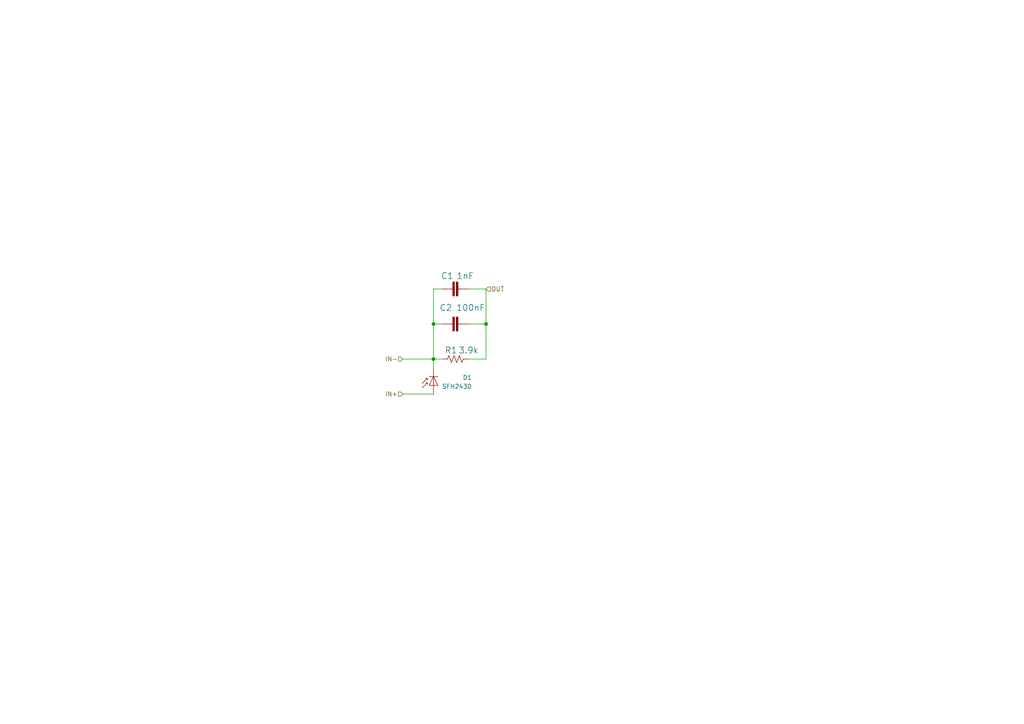
<source format=kicad_sch>
(kicad_sch (version 20230121) (generator eeschema)
  (paper "A4")
  (lib_symbols
    (symbol "Device:R_US" (pin_numbers hide) (pin_names (offset 0))
      (property "Reference" "R" (at 2.54 0 90))
      (property "Value" "R_US" (at -2.54 0 90))
      (symbol "R_US_0_1"
        (polyline (pts (xy 0 -2.286) (xy 0 -2.54)))
        (polyline (pts (xy 0 2.286) (xy 0 2.54)))
        (polyline (pts (xy 0 -0.762) (xy 1.016 -1.143) (xy 0 -1.524) (xy -1.016 -1.905) (xy 0 -2.286)))
        (polyline (pts (xy 0 0.762) (xy 1.016 0.381) (xy 0 0) (xy -1.016 -0.381) (xy 0 -0.762)))
        (polyline (pts (xy 0 2.286) (xy 1.016 1.905) (xy 0 1.524) (xy -1.016 1.143) (xy 0 0.762)))
      )
      (symbol "R_US_1_1"
        (pin passive line (at 0 3.81 270) (length 1.27) (name "~") (number "1"))
        (pin passive line (at 0 -3.81 90) (length 1.27) (name "~") (number "2"))
      )
    )
    (symbol "Sensor_Optical:SFH2430" (pin_numbers hide) (pin_names (offset 1.016) hide)
      (property "Reference" "D" (at 0.508 1.778 0))
      (property "Value" "SFH2430" (at -1.016 -2.794 0))
      (symbol "SFH2430_0_1"
        (polyline (pts (xy -2.54 1.27) (xy -2.54 -1.27)) (stroke (width 0.1524)))
        (polyline (pts (xy -2.032 1.778) (xy -1.524 1.778)))
        (polyline (pts (xy 0 -1.27) (xy 0 1.27)))
        (polyline (pts (xy 0 0) (xy -2.54 0)))
        (polyline (pts (xy -0.508 3.302) (xy -2.032 1.778) (xy -2.032 2.286)))
        (polyline (pts (xy 0 1.27) (xy -2.54 0) (xy 0 -1.27)))
        (polyline (pts (xy 0.762 3.302) (xy -0.762 1.778) (xy -0.762 2.286) (xy -0.762 1.778) (xy -0.254 1.778)))
      )
      (symbol "SFH2430_1_1"
        (pin passive line (at -5.08 0 0) (length 2.54) (name "K") (number "1"))
        (pin passive line (at 2.54 0 180) (length 2.54) (name "A") (number "2"))
      )
    )
    (symbol "mainboard:22UF-1210-16V-20%" (pin_names (offset 1.016))
      (property "Reference" "C" (at 1.524 2.921 0))
      (property "Value" "22UF-1210-16V-20%" (at 1.524 -2.159 0))
      (symbol "22UF-1210-16V-20%_1_0"
        (rectangle (start -2.032 0.508) (end 2.032 1.016) (fill (type outline)))
        (rectangle (start -2.032 1.524) (end 2.032 2.032) (fill (type outline)))
        (polyline (pts (xy 0 0) (xy 0 0.508)))
        (polyline (pts (xy 0 2.54) (xy 0 2.032)))
        (pin passive line (at 0 5.08 270) (length 2.54) (name "1") (number "1"))
        (pin passive line (at 0 -2.54 90) (length 2.54) (name "2") (number "2"))
      )
    )
  )
  (junction (at 140.97 93.98))
  (junction (at 125.73 93.98))
  (junction (at 125.73 104.14))
  (wire (pts (xy 140.97 93.98) (xy 140.97 104.14)))
  (wire (pts (xy 125.73 83.82) (xy 128.27 83.82)))
  (wire (pts (xy 116.84 104.14) (xy 125.73 104.14)))
  (wire (pts (xy 135.89 93.98) (xy 140.97 93.98)))
  (wire (pts (xy 125.73 104.14) (xy 125.73 106.68)))
  (wire (pts (xy 116.84 114.3) (xy 125.73 114.3)))
  (wire (pts (xy 125.73 83.82) (xy 125.73 93.98)))
  (wire (pts (xy 125.73 93.98) (xy 128.27 93.98)))
  (wire (pts (xy 135.89 83.82) (xy 140.97 83.82)))
  (wire (pts (xy 125.73 93.98) (xy 125.73 104.14)))
  (wire (pts (xy 125.73 104.14) (xy 128.27 104.14)))
  (wire (pts (xy 140.97 83.82) (xy 140.97 93.98)))
  (wire (pts (xy 135.89 104.14) (xy 140.97 104.14)))
  (hierarchical_label "OUT" (shape input) (at 140.97 83.8454 0))
  (hierarchical_label "IN+" (shape input) (at 116.84 114.3 180))
  (hierarchical_label "IN-" (shape input) (at 116.84 104.14 180))
  (symbol (lib_id "Sensor_Optical:SFH2430") (at 125.73 111.76 90) (mirror x) (unit 1)
    (property "Reference" "D1" (at 136.8806 109.5502 90) (effects (justify left)))
    (property "Value" "SFH2430" (at 136.8806 112.0902 90) (effects (justify left)))
    (property "Footprint" "OptoDevice:Osram_SFH2430" (effects hide))
    (property "Datasheet" "https://dammedia.osram.info/media/resource/hires/osram-dam-5467144/SFH%202430_EN.pdf" (effects hide))
  )
  (symbol (lib_id "mainboard:22UF-1210-16V-20%") (at 133.35 93.98 90) (unit 1)
    (property "Reference" "C2" (at 131.2164 88.2396 90) (effects (font (size 1.778 1.778)) (justify left bottom)))
    (property "Value" "100nF" (at 140.7668 88.2396 90) (effects (font (size 1.778 1.778)) (justify left bottom)))
    (property "Footprint" "Capacitor_SMD:C_0603_1608Metric" (effects hide))
    (property "Description" "100uF 16V X5R 1210" (effects hide))
  )
  (symbol (lib_id "mainboard:22UF-1210-16V-20%") (at 133.35 83.82 90) (unit 1)
    (property "Reference" "C1" (at 131.5974 79.0194 90) (effects (font (size 1.778 1.778)) (justify left bottom)))
    (property "Value" "1nF" (at 137.5156 79.0194 90) (effects (font (size 1.778 1.778)) (justify left bottom)))
    (property "Footprint" "Capacitor_SMD:C_0603_1608Metric" (effects hide))
    (property "Description" "100uF 16V X5R 1210" (effects hide))
  )
  (symbol (lib_id "Device:R_US") (at 132.08 104.14 90) (unit 1)
    (property "Reference" "R1" (at 130.81 101.6 90) (effects (font (size 1.778 1.778))))
    (property "Value" "3.9k" (at 135.89 101.6 90) (effects (font (size 1.778 1.778))))
    (property "Footprint" "Resistor_SMD:R_0603_1608Metric" (effects hide))
  )
)
</source>
